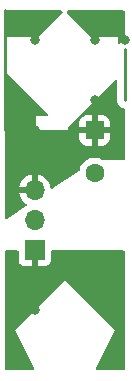
<source format=gbr>
%TF.GenerationSoftware,KiCad,Pcbnew,7.0.10*%
%TF.CreationDate,2024-02-28T13:58:56-05:00*%
%TF.ProjectId,Light_Sensor,4c696768-745f-4536-956e-736f722e6b69,rev?*%
%TF.SameCoordinates,Original*%
%TF.FileFunction,Copper,L2,Bot*%
%TF.FilePolarity,Positive*%
%FSLAX46Y46*%
G04 Gerber Fmt 4.6, Leading zero omitted, Abs format (unit mm)*
G04 Created by KiCad (PCBNEW 7.0.10) date 2024-02-28 13:58:56*
%MOMM*%
%LPD*%
G01*
G04 APERTURE LIST*
G04 Aperture macros list*
%AMRoundRect*
0 Rectangle with rounded corners*
0 $1 Rounding radius*
0 $2 $3 $4 $5 $6 $7 $8 $9 X,Y pos of 4 corners*
0 Add a 4 corners polygon primitive as box body*
4,1,4,$2,$3,$4,$5,$6,$7,$8,$9,$2,$3,0*
0 Add four circle primitives for the rounded corners*
1,1,$1+$1,$2,$3*
1,1,$1+$1,$4,$5*
1,1,$1+$1,$6,$7*
1,1,$1+$1,$8,$9*
0 Add four rect primitives between the rounded corners*
20,1,$1+$1,$2,$3,$4,$5,0*
20,1,$1+$1,$4,$5,$6,$7,0*
20,1,$1+$1,$6,$7,$8,$9,0*
20,1,$1+$1,$8,$9,$2,$3,0*%
G04 Aperture macros list end*
%TA.AperFunction,ComponentPad*%
%ADD10R,1.700000X1.700000*%
%TD*%
%TA.AperFunction,ComponentPad*%
%ADD11O,1.700000X1.700000*%
%TD*%
%TA.AperFunction,ComponentPad*%
%ADD12RoundRect,0.250000X-0.550000X0.550000X-0.550000X-0.550000X0.550000X-0.550000X0.550000X0.550000X0*%
%TD*%
%TA.AperFunction,ComponentPad*%
%ADD13C,1.600000*%
%TD*%
%TA.AperFunction,ViaPad*%
%ADD14C,0.800000*%
%TD*%
%TA.AperFunction,Conductor*%
%ADD15C,0.250000*%
%TD*%
G04 APERTURE END LIST*
D10*
%TO.P,J2,1,Pin_1*%
%TO.N,GND*%
X144780000Y-88860000D03*
D11*
%TO.P,J2,2,Pin_2*%
%TO.N,Net-(D1-A)*%
X144780000Y-86320000D03*
%TO.P,J2,3,Pin_3*%
%TO.N,3.3V*%
X144780000Y-83780000D03*
%TD*%
D12*
%TO.P,D1,1,K*%
%TO.N,3.3V*%
X149860000Y-78740000D03*
D13*
%TO.P,D1,2,A*%
%TO.N,Net-(D1-A)*%
X149860000Y-82340000D03*
%TD*%
D14*
%TO.N,3.3V*%
X152400000Y-71120000D03*
X149860000Y-71120000D03*
X149860000Y-76200000D03*
X144780000Y-78740000D03*
X144780000Y-71120000D03*
%TO.N,GND*%
X144780000Y-91440000D03*
X144780000Y-93980000D03*
X149860000Y-91440000D03*
%TD*%
D15*
%TO.N,*%
X152400000Y-76200000D02*
X152400000Y-71845000D01*
%TO.N,3.3V*%
X142240000Y-68580000D02*
X142240000Y-78740000D01*
%TD*%
%TA.AperFunction,Conductor*%
%TO.N,3.3V*%
G36*
X147087177Y-68600185D02*
G01*
X147132932Y-68652989D01*
X147142876Y-68722147D01*
X147113851Y-68785703D01*
X147107819Y-68792181D01*
X145096290Y-70803710D01*
X145034967Y-70837195D01*
X145008609Y-70840029D01*
X142364500Y-70840029D01*
X142297461Y-70820344D01*
X142251706Y-70767540D01*
X142240500Y-70716029D01*
X142240500Y-68704500D01*
X142260185Y-68637461D01*
X142312989Y-68591706D01*
X142364500Y-68580500D01*
X147020138Y-68580500D01*
X147087177Y-68600185D01*
G37*
%TD.AperFunction*%
%TD*%
%TA.AperFunction,Conductor*%
%TO.N,GND*%
G36*
X144690023Y-98880046D02*
G01*
X144702398Y-98948811D01*
X144675630Y-99013350D01*
X144618220Y-99053172D01*
X144579114Y-99059500D01*
X142364500Y-99059500D01*
X142297461Y-99039815D01*
X142251706Y-98987011D01*
X142240500Y-98935500D01*
X142240500Y-96519500D01*
X143086666Y-95673333D01*
X144690023Y-98880046D01*
G37*
%TD.AperFunction*%
%TA.AperFunction,Conductor*%
G36*
X143373039Y-88919685D02*
G01*
X143418794Y-88972489D01*
X143430000Y-89024000D01*
X143430000Y-89757844D01*
X143436401Y-89817372D01*
X143436403Y-89817379D01*
X143486645Y-89952086D01*
X143486649Y-89952093D01*
X143572809Y-90067187D01*
X143572812Y-90067190D01*
X143687906Y-90153350D01*
X143687913Y-90153354D01*
X143822620Y-90203596D01*
X143822627Y-90203598D01*
X143882155Y-90209999D01*
X143882172Y-90210000D01*
X144530000Y-90210000D01*
X144530000Y-89295501D01*
X144637685Y-89344680D01*
X144744237Y-89360000D01*
X144815763Y-89360000D01*
X144922315Y-89344680D01*
X145030000Y-89295501D01*
X145030000Y-90210000D01*
X145677828Y-90210000D01*
X145677844Y-90209999D01*
X145737372Y-90203598D01*
X145737379Y-90203596D01*
X145872086Y-90153354D01*
X145872093Y-90153350D01*
X145987187Y-90067190D01*
X145987190Y-90067187D01*
X146073350Y-89952093D01*
X146073354Y-89952086D01*
X146123596Y-89817379D01*
X146123598Y-89817372D01*
X146129999Y-89757844D01*
X146130000Y-89757827D01*
X146130000Y-89024000D01*
X146149685Y-88956961D01*
X146202489Y-88911206D01*
X146254000Y-88900000D01*
X152275500Y-88900000D01*
X152342539Y-88919685D01*
X152388294Y-88972489D01*
X152399500Y-89024000D01*
X152399500Y-93981000D01*
X151553333Y-95673333D01*
X151553332Y-95673332D01*
X151553332Y-95673331D01*
X147320001Y-91440000D01*
X147320000Y-91440000D01*
X142240500Y-93979750D01*
X142240500Y-89024000D01*
X142260185Y-88956961D01*
X142312989Y-88911206D01*
X142364500Y-88900000D01*
X143306000Y-88900000D01*
X143373039Y-88919685D01*
G37*
%TD.AperFunction*%
%TD*%
%TA.AperFunction,Conductor*%
%TO.N,3.3V*%
G36*
X142538619Y-73962627D02*
G01*
X142559261Y-73979261D01*
X145897855Y-77317855D01*
X145931340Y-77379178D01*
X145926356Y-77448870D01*
X145884484Y-77504803D01*
X145819020Y-77529220D01*
X145810174Y-77529536D01*
X144893638Y-77529536D01*
X144893638Y-78690103D01*
X147218741Y-78690103D01*
X147285780Y-78709788D01*
X147306422Y-78726422D01*
X147320000Y-78740000D01*
X147333578Y-78726422D01*
X147360283Y-78711840D01*
X149556105Y-78711840D01*
X149566454Y-78823521D01*
X149616448Y-78923922D01*
X149699334Y-78999484D01*
X149803920Y-79040000D01*
X149887802Y-79040000D01*
X149970250Y-79024588D01*
X150026111Y-78990000D01*
X150110000Y-78990000D01*
X150110000Y-80039999D01*
X150459972Y-80039999D01*
X150459986Y-80039998D01*
X150562697Y-80029505D01*
X150729119Y-79974358D01*
X150729124Y-79974356D01*
X150878345Y-79882315D01*
X151002315Y-79758345D01*
X151094356Y-79609124D01*
X151094358Y-79609119D01*
X151149505Y-79442697D01*
X151149506Y-79442690D01*
X151159999Y-79339986D01*
X151160000Y-79339973D01*
X151160000Y-78990000D01*
X150110000Y-78990000D01*
X150026111Y-78990000D01*
X150065610Y-78965543D01*
X150133201Y-78876038D01*
X150163895Y-78768160D01*
X150153546Y-78656479D01*
X150103552Y-78556078D01*
X150020666Y-78480516D01*
X149916080Y-78440000D01*
X149832198Y-78440000D01*
X149749750Y-78455412D01*
X149654390Y-78514457D01*
X149586799Y-78603962D01*
X149556105Y-78711840D01*
X147360283Y-78711840D01*
X147394901Y-78692937D01*
X147421259Y-78690103D01*
X147625359Y-78690103D01*
X147625359Y-78490000D01*
X148560000Y-78490000D01*
X149610000Y-78490000D01*
X149610000Y-77440000D01*
X150110000Y-77440000D01*
X150110000Y-78490000D01*
X151159999Y-78490000D01*
X151159999Y-78140028D01*
X151159998Y-78140013D01*
X151149505Y-78037302D01*
X151094358Y-77870880D01*
X151094356Y-77870875D01*
X151002315Y-77721654D01*
X150878345Y-77597684D01*
X150729124Y-77505643D01*
X150729119Y-77505641D01*
X150562697Y-77450494D01*
X150562690Y-77450493D01*
X150459986Y-77440000D01*
X150110000Y-77440000D01*
X149610000Y-77440000D01*
X149260028Y-77440000D01*
X149260012Y-77440001D01*
X149157302Y-77450494D01*
X148990880Y-77505641D01*
X148990875Y-77505643D01*
X148841654Y-77597684D01*
X148717684Y-77721654D01*
X148625643Y-77870875D01*
X148625641Y-77870880D01*
X148570494Y-78037302D01*
X148570493Y-78037309D01*
X148560000Y-78140013D01*
X148560000Y-78490000D01*
X147625359Y-78490000D01*
X147625359Y-78486003D01*
X147645044Y-78418964D01*
X147661678Y-78398322D01*
X151562819Y-74497181D01*
X151624142Y-74463696D01*
X151693834Y-74468680D01*
X151749767Y-74510552D01*
X151774184Y-74576016D01*
X151774500Y-74584862D01*
X151774500Y-76239359D01*
X151789336Y-76356791D01*
X151789336Y-76356793D01*
X151847513Y-76503730D01*
X151847518Y-76503739D01*
X151940402Y-76631583D01*
X151940403Y-76631584D01*
X151940405Y-76631585D01*
X151940406Y-76631587D01*
X152005922Y-76685786D01*
X152062178Y-76732325D01*
X152129909Y-76764196D01*
X152205174Y-76799614D01*
X152298735Y-76817461D01*
X152360898Y-76849359D01*
X152395949Y-76909801D01*
X152399500Y-76939265D01*
X152399500Y-81156000D01*
X152379815Y-81223039D01*
X152327011Y-81268794D01*
X152275500Y-81280000D01*
X150652613Y-81280000D01*
X150585574Y-81260315D01*
X150581490Y-81257575D01*
X150512735Y-81209432D01*
X150512733Y-81209431D01*
X150398149Y-81156000D01*
X150306496Y-81113261D01*
X150306492Y-81113260D01*
X150306488Y-81113258D01*
X150086697Y-81054366D01*
X150086693Y-81054365D01*
X150086692Y-81054365D01*
X150086691Y-81054364D01*
X150086686Y-81054364D01*
X149860002Y-81034532D01*
X149859998Y-81034532D01*
X149633313Y-81054364D01*
X149633302Y-81054366D01*
X149413511Y-81113258D01*
X149413502Y-81113261D01*
X149207267Y-81209431D01*
X149207265Y-81209432D01*
X149020858Y-81339954D01*
X148859954Y-81500858D01*
X148729432Y-81687265D01*
X148729431Y-81687267D01*
X148633261Y-81893502D01*
X148633259Y-81893508D01*
X148578705Y-82097109D01*
X148542340Y-82156769D01*
X148527713Y-82168189D01*
X146307847Y-83648100D01*
X146241148Y-83668908D01*
X146173787Y-83650353D01*
X146127151Y-83598326D01*
X146115536Y-83555733D01*
X146114569Y-83544684D01*
X146114567Y-83544673D01*
X146053433Y-83316516D01*
X146053429Y-83316507D01*
X145953600Y-83102422D01*
X145953599Y-83102420D01*
X145818113Y-82908926D01*
X145818108Y-82908920D01*
X145651082Y-82741894D01*
X145457578Y-82606399D01*
X145243492Y-82506570D01*
X145243486Y-82506567D01*
X145030000Y-82449364D01*
X145030000Y-83344498D01*
X144922315Y-83295320D01*
X144815763Y-83280000D01*
X144744237Y-83280000D01*
X144637685Y-83295320D01*
X144530000Y-83344498D01*
X144530000Y-82449364D01*
X144529999Y-82449364D01*
X144316513Y-82506567D01*
X144316507Y-82506570D01*
X144102422Y-82606399D01*
X144102420Y-82606400D01*
X143908926Y-82741886D01*
X143908920Y-82741891D01*
X143741891Y-82908920D01*
X143741886Y-82908926D01*
X143606400Y-83102420D01*
X143606399Y-83102422D01*
X143506570Y-83316507D01*
X143506567Y-83316513D01*
X143449364Y-83529999D01*
X143449364Y-83530000D01*
X144346314Y-83530000D01*
X144320507Y-83570156D01*
X144280000Y-83708111D01*
X144280000Y-83851889D01*
X144320507Y-83989844D01*
X144346314Y-84030000D01*
X143449364Y-84030000D01*
X143506567Y-84243486D01*
X143506570Y-84243492D01*
X143606399Y-84457578D01*
X143741894Y-84651082D01*
X143908921Y-84818109D01*
X144074325Y-84933928D01*
X144117950Y-84988505D01*
X144125142Y-85058003D01*
X144093619Y-85120358D01*
X144071984Y-85138676D01*
X142433283Y-86231144D01*
X142366584Y-86251952D01*
X142299223Y-86233397D01*
X142252587Y-86181370D01*
X142240500Y-86127970D01*
X142240500Y-78990000D01*
X148560001Y-78990000D01*
X148560001Y-79339986D01*
X148570494Y-79442697D01*
X148625641Y-79609119D01*
X148625643Y-79609124D01*
X148717684Y-79758345D01*
X148841654Y-79882315D01*
X148990875Y-79974356D01*
X148990880Y-79974358D01*
X149157302Y-80029505D01*
X149157309Y-80029506D01*
X149260019Y-80039999D01*
X149609999Y-80039999D01*
X149610000Y-80039998D01*
X149610000Y-78990000D01*
X148560001Y-78990000D01*
X142240500Y-78990000D01*
X142240500Y-74066942D01*
X142260185Y-73999903D01*
X142312989Y-73954148D01*
X142364500Y-73942942D01*
X142471580Y-73942942D01*
X142538619Y-73962627D01*
G37*
%TD.AperFunction*%
%TD*%
%TA.AperFunction,Conductor*%
%TO.N,GND*%
G36*
X152399500Y-98935500D02*
G01*
X152379815Y-99002539D01*
X152327011Y-99048294D01*
X152275500Y-99059500D01*
X150060886Y-99059500D01*
X149993847Y-99039815D01*
X149948092Y-98987011D01*
X149938148Y-98917853D01*
X149949977Y-98880046D01*
X152399500Y-93981000D01*
X152399500Y-98935500D01*
G37*
%TD.AperFunction*%
%TD*%
%TA.AperFunction,Conductor*%
%TO.N,GND*%
G36*
X143086665Y-95673332D02*
G01*
X143086666Y-95673333D01*
X142240500Y-96519499D01*
X142240500Y-93979750D01*
X147319997Y-91440001D01*
X143086665Y-95673332D01*
G37*
%TD.AperFunction*%
%TD*%
%TA.AperFunction,Conductor*%
%TO.N,3.3V*%
G36*
X152342539Y-68600185D02*
G01*
X152388294Y-68652989D01*
X152399500Y-68704500D01*
X152399500Y-71101851D01*
X152379815Y-71168890D01*
X152327011Y-71214645D01*
X152289484Y-71224053D01*
X152289519Y-71224236D01*
X152286336Y-71224842D01*
X152283293Y-71225605D01*
X152281862Y-71225696D01*
X152281859Y-71225696D01*
X152131558Y-71274533D01*
X152071455Y-71312676D01*
X151998123Y-71359214D01*
X151998122Y-71359214D01*
X151991537Y-71363394D01*
X151990139Y-71361191D01*
X151937548Y-71383758D01*
X151868637Y-71372222D01*
X151816903Y-71325261D01*
X151798737Y-71260646D01*
X151798737Y-70840029D01*
X149631391Y-70840029D01*
X149564352Y-70820344D01*
X149543710Y-70803710D01*
X147532181Y-68792181D01*
X147498696Y-68730858D01*
X147503680Y-68661166D01*
X147545552Y-68605233D01*
X147611016Y-68580816D01*
X147619862Y-68580500D01*
X152275500Y-68580500D01*
X152342539Y-68600185D01*
G37*
%TD.AperFunction*%
%TD*%
M02*

</source>
